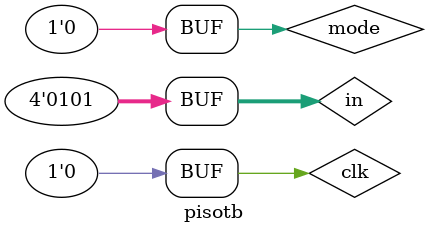
<source format=v>
`timescale 1ns / 1ps


module pisotb;

	// Inputs
	reg [3:0] in;
	reg mode;
	reg clk;

	// Outputs
	wire out;

	// Instantiate the Unit Under Test (UUT)
	piso uut (
		.in(in), 
		.mode(mode), 
		.clk(clk), 
		.out(out)
	);

	initial begin
		// Initialize Inputs
		in = 0;
		mode = 0;
		clk = 0;

		// Wait 100 ns for global reset to finish
		#50;
		in = 4'b1011; mode = 1; clk = 1; #50;
		in = 4'b1011; mode = 1; clk = 0; #50;
		in = 4'b0101; mode = 0;
		repeat(4) begin
			clk = 1; #50;
			clk = 0; #50;
		end
        
		// Add stimulus here

	end
      
endmodule


</source>
